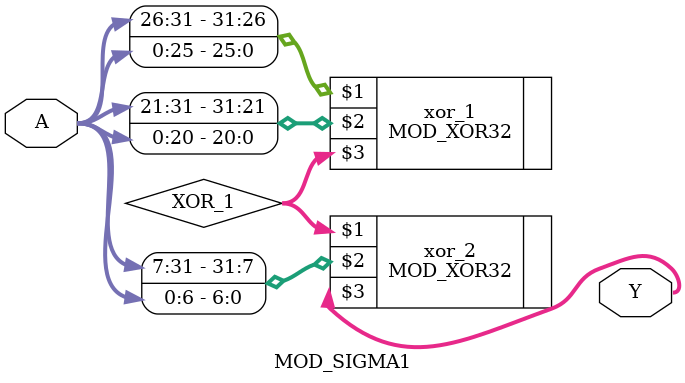
<source format=v>
`include "./src/verilog/MOD_XOR32.v"

module MOD_SIGMA1(
    input [0:31] A,
    output [0:31] Y
);

    wire [0:31] XOR_1;

    MOD_XOR32 xor_1({A[26:31], A[0:25]}, {A[21:31], A[0:20]}, XOR_1);
    MOD_XOR32 xor_2(XOR_1, {A[7:31], A[0:6]}, Y);
endmodule

</source>
